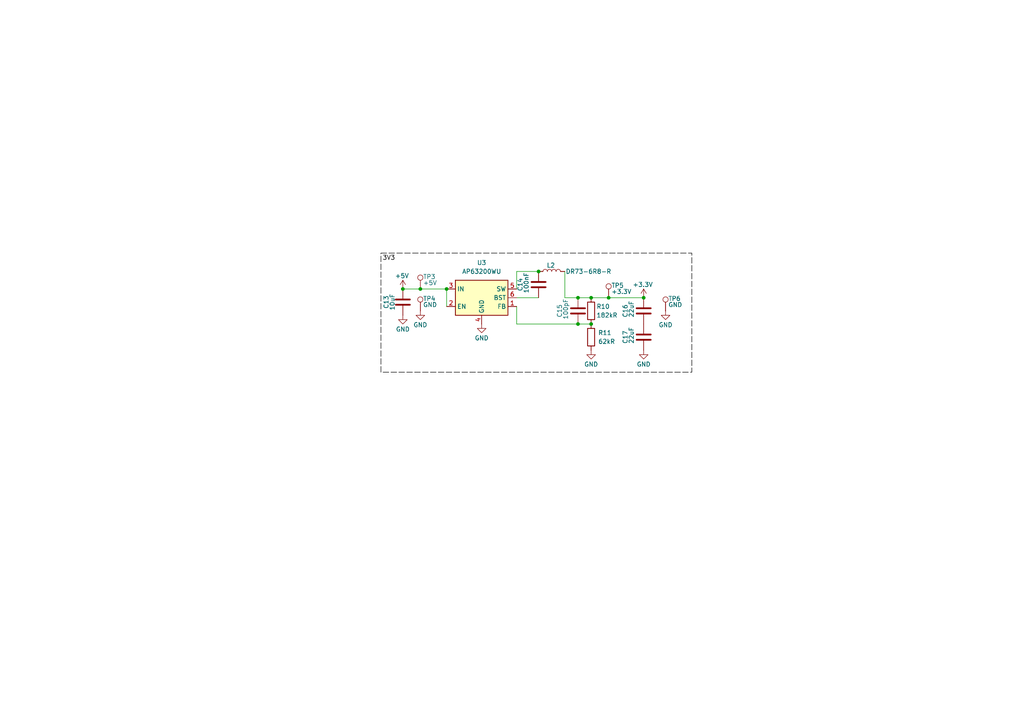
<source format=kicad_sch>
(kicad_sch (version 20250114) (generator "eeschema") (generator_version "9.0")
  (paper "A4")
  (title_block (title "IoT Logger C - Power Management") (date "2026-01-24") (rev "1.0") (company "Piotr Kłyś"))
  (lib_symbols
    (symbol "Connector:TestPoint" (pin_numbers (hide yes)) (pin_names (offset 0.762) (hide yes))
      (property "Reference" "TP" (at 0 6.858 0))
      (property "Value" "TestPoint" (at 0 5.08 0))
      (symbol "TestPoint_0_1"
        (circle (center 0 3.302) (radius 0.762))
      )
      (symbol "TestPoint_1_1"
        (pin passive line (at 0 0 90) (length 2.54) (name "1") (number "1"))
      )
    )
    (symbol "Device:C" (pin_numbers (hide yes)) (pin_names (offset 0.254))
      (property "Reference" "C" (at 0.635 2.54 0))
      (property "Value" "C" (at 0.635 -2.54 0))
      (symbol "C_0_1"
        (polyline (pts (xy -2.032 0.762) (xy 2.032 0.762)) (stroke (width 0.508)))
        (polyline (pts (xy -2.032 -0.762) (xy 2.032 -0.762)) (stroke (width 0.508)))
      )
      (symbol "C_1_1"
        (pin passive line (at 0 3.81 270) (length 2.794) (name "~") (number "1"))
        (pin passive line (at 0 -3.81 90) (length 2.794) (name "~") (number "2"))
      )
    )
    (symbol "Device:L" (pin_numbers (hide yes)) (pin_names (offset 1.016) (hide yes))
      (property "Reference" "L" (at -1.27 0 90))
      (property "Value" "L" (at 1.905 0 90))
      (symbol "L_0_1"
        (arc (start 0 2.54) (mid 0.6323 1.905) (end 0 1.27))
        (arc (start 0 1.27) (mid 0.6323 0.635) (end 0 0))
        (arc (start 0 0) (mid 0.6323 -0.635) (end 0 -1.27))
        (arc (start 0 -1.27) (mid 0.6323 -1.905) (end 0 -2.54))
      )
      (symbol "L_1_1"
        (pin passive line (at 0 3.81 270) (length 1.27) (name "1") (number "1"))
        (pin passive line (at 0 -3.81 90) (length 1.27) (name "2") (number "2"))
      )
    )
    (symbol "Device:R" (pin_numbers (hide yes)) (pin_names (offset 0))
      (property "Reference" "R" (at 2.032 0 90))
      (property "Value" "R" (at 0 0 90))
      (symbol "R_0_1"
        (rectangle (start -1.016 -2.54) (end 1.016 2.54) (stroke (width 0.254)))
      )
      (symbol "R_1_1"
        (pin passive line (at 0 3.81 270) (length 1.27) (name "~") (number "1"))
        (pin passive line (at 0 -3.81 90) (length 1.27) (name "~") (number "2"))
      )
    )
    (symbol "Regulator_Switching:AP63200WU"
      (property "Reference" "U" (at -7.62 6.35 0))
      (property "Value" "AP63200WU" (at 2.54 6.35 0))
      (symbol "AP63200WU_0_1"
        (rectangle (start -7.62 5.08) (end 7.62 -5.08) (stroke (width 0.254)) (fill (type background)))
      )
      (symbol "AP63200WU_1_1"
        (pin power_in line (at -10.16 2.54 0) (length 2.54) (name "IN") (number "3"))
        (pin input line (at -10.16 -2.54 0) (length 2.54) (name "EN") (number "2"))
        (pin power_in line (at 0 -7.62 90) (length 2.54) (name "GND") (number "4"))
        (pin output line (at 10.16 2.54 180) (length 2.54) (name "SW") (number "5"))
        (pin passive line (at 10.16 0 180) (length 2.54) (name "BST") (number "6"))
        (pin input line (at 10.16 -2.54 180) (length 2.54) (name "FB") (number "1"))
      )
    )
    (symbol "power:+3.3V" (power) (pin_numbers (hide yes)) (pin_names (offset 0) (hide yes))
      (property "Value" "+3.3V" (at 0 3.556 0))
      (symbol "+3.3V_0_1"
        (polyline (pts (xy -0.762 1.27) (xy 0 2.54)))
        (polyline (pts (xy 0 2.54) (xy 0.762 1.27)))
        (polyline (pts (xy 0 0) (xy 0 2.54)))
      )
      (symbol "+3.3V_1_1"
        (pin power_in line (at 0 0 90) (length 0) (name "~") (number "1"))
      )
    )
    (symbol "power:GND" (power) (pin_numbers (hide yes)) (pin_names (offset 0) (hide yes))
      (property "Value" "GND" (at 0 -3.81 0))
      (symbol "GND_0_1"
        (polyline (pts (xy 0 0) (xy 0 -1.27) (xy 1.27 -1.27) (xy 0 -2.54) (xy -1.27 -1.27) (xy 0 -1.27)))
      )
      (symbol "GND_1_1"
        (pin power_in line (at 0 0 270) (length 0) (name "~") (number "1"))
      )
    )
  )
  (rectangle (start 110.49 73.406) (end 200.66 107.95) (stroke (width 0) (type dash) (color 0 0 0 1)))
  (text "3V3" (at 112.776 74.93 0) (effects (font (size 1.27 1.27))))
  (junction (at 167.64 86.36))
  (junction (at 186.69 86.36))
  (junction (at 129.54 83.82))
  (junction (at 121.92 83.82))
  (junction (at 171.45 93.98))
  (junction (at 167.64 93.98))
  (junction (at 156.21 78.74))
  (junction (at 176.53 86.36))
  (junction (at 116.84 83.82))
  (junction (at 171.45 86.36))
  (wire (pts (xy 149.86 78.74) (xy 156.21 78.74)))
  (wire (pts (xy 163.83 86.36) (xy 167.64 86.36)))
  (wire (pts (xy 129.54 83.82) (xy 129.54 88.9)))
  (wire (pts (xy 167.64 93.98) (xy 171.45 93.98)))
  (wire (pts (xy 116.84 83.82) (xy 121.92 83.82)))
  (wire (pts (xy 176.53 86.36) (xy 186.69 86.36)))
  (wire (pts (xy 149.86 93.98) (xy 149.86 88.9)))
  (wire (pts (xy 163.83 78.74) (xy 163.83 86.36)))
  (wire (pts (xy 149.86 93.98) (xy 167.64 93.98)))
  (wire (pts (xy 167.64 86.36) (xy 171.45 86.36)))
  (wire (pts (xy 149.86 83.82) (xy 149.86 78.74)))
  (wire (pts (xy 171.45 86.36) (xy 176.53 86.36)))
  (wire (pts (xy 149.86 86.36) (xy 156.21 86.36)))
  (wire (pts (xy 121.92 83.82) (xy 129.54 83.82)))
  (symbol (lib_id "power:GND") (at 139.7 93.98 0) (unit 1)
    (property "Reference" "#PWR030" (effects (hide yes)))
    (property "Value" "GND" (at 139.7 98.044 0))
    (property "Description" "Power symbol creates a global label with name \"GND\" , ground" (effects (hide yes)))
  )
  (symbol (lib_id "Connector:TestPoint") (at 121.92 90.17 0) (unit 1)
    (property "Reference" "TP4" (at 122.682 86.614 0) (effects (justify left)))
    (property "Value" "GND" (at 122.682 88.392 0) (effects (justify left)))
    (property "Footprint" "TestPoint:TestPoint_Pad_D1.5mm" (effects (hide yes)))
    (property "Description" "test point" (effects (hide yes)))
  )
  (symbol (lib_id "Device:L") (at 160.02 78.74 90) (unit 1)
    (property "Reference" "L2" (at 159.766 76.962 90))
    (property "Value" "DR73-6R8-R" (at 170.688 78.74 90))
    (property "Footprint" "Inductor_SMD:L_7.3x7.3_H3.5" (effects (hide yes)))
    (property "Description" "Inductor" (effects (hide yes)))
  )
  (symbol (lib_id "Device:C") (at 186.69 90.17 0) (unit 1)
    (property "Reference" "C16" (at 181.356 90.17 90))
    (property "Value" "22uF" (at 183.134 89.662 90))
    (property "Footprint" "Capacitor_SMD:C_1206_3216Metric" (effects (hide yes)))
    (property "Description" "Unpolarized capacitor" (effects (hide yes)))
  )
  (symbol (lib_id "power:+3.3V") (at 116.84 83.82 0) (unit 1)
    (property "Reference" "#PWR027" (effects (hide yes)))
    (property "Value" "+5V" (at 116.586 80.01 0))
    (property "Description" "Power symbol creates a global label with name \"+3.3V\"" (effects (hide yes)))
  )
  (symbol (lib_id "Device:R") (at 171.45 90.17 0) (unit 1)
    (property "Reference" "R10" (at 172.974 88.9 0) (effects (justify left)))
    (property "Value" "182kR" (at 172.974 91.44 0) (effects (justify left)))
    (property "Footprint" "Resistor_SMD:R_0805_2012Metric" (effects (hide yes)))
    (property "Description" "Resistor" (effects (hide yes)))
  )
  (symbol (lib_id "Connector:TestPoint") (at 193.04 90.17 0) (unit 1)
    (property "Reference" "TP6" (at 193.802 86.614 0) (effects (justify left)))
    (property "Value" "GND" (at 193.802 88.392 0) (effects (justify left)))
    (property "Footprint" "TestPoint:TestPoint_Pad_D1.5mm" (effects (hide yes)))
    (property "Description" "test point" (effects (hide yes)))
  )
  (symbol (lib_id "power:GND") (at 193.04 90.17 0) (unit 1)
    (property "Reference" "#PWR034" (effects (hide yes)))
    (property "Value" "GND" (at 193.04 94.234 0))
    (property "Description" "Power symbol creates a global label with name \"GND\" , ground" (effects (hide yes)))
  )
  (symbol (lib_id "power:GND") (at 121.92 90.17 0) (unit 1)
    (property "Reference" "#PWR029" (effects (hide yes)))
    (property "Value" "GND" (at 121.92 94.234 0))
    (property "Description" "Power symbol creates a global label with name \"GND\" , ground" (effects (hide yes)))
  )
  (symbol (lib_id "Device:C") (at 186.69 97.79 0) (unit 1)
    (property "Reference" "C17" (at 181.356 97.79 90))
    (property "Value" "22uF" (at 183.134 97.282 90))
    (property "Footprint" "Capacitor_SMD:C_1206_3216Metric" (effects (hide yes)))
    (property "Description" "Unpolarized capacitor" (effects (hide yes)))
  )
  (symbol (lib_id "Connector:TestPoint") (at 121.92 83.82 0) (unit 1)
    (property "Reference" "TP3" (at 122.682 80.264 0) (effects (justify left)))
    (property "Value" "+5V" (at 122.682 82.042 0) (effects (justify left)))
    (property "Footprint" "TestPoint:TestPoint_Pad_D1.5mm" (effects (hide yes)))
    (property "Description" "test point" (effects (hide yes)))
  )
  (symbol (lib_id "Connector:TestPoint") (at 176.53 86.36 0) (unit 1)
    (property "Reference" "TP5" (at 177.292 82.804 0) (effects (justify left)))
    (property "Value" "+3.3V" (at 177.292 84.582 0) (effects (justify left)))
    (property "Footprint" "TestPoint:TestPoint_Pad_D1.5mm" (effects (hide yes)))
    (property "Description" "test point" (effects (hide yes)))
  )
  (symbol (lib_id "Device:C") (at 156.21 82.55 0) (unit 1)
    (property "Reference" "C14" (at 150.876 82.55 90))
    (property "Value" "100nF" (at 152.654 82.042 90))
    (property "Footprint" "Capacitor_SMD:C_0805_2012Metric" (effects (hide yes)))
    (property "Description" "Unpolarized capacitor" (effects (hide yes)))
  )
  (symbol (lib_id "power:+3.3V") (at 186.69 86.36 0) (unit 1)
    (property "Reference" "#PWR032" (effects (hide yes)))
    (property "Value" "+3.3V" (at 186.436 82.55 0))
    (property "Description" "Power symbol creates a global label with name \"+3.3V\"" (effects (hide yes)))
  )
  (symbol (lib_id "Regulator_Switching:AP63200WU") (at 139.7 86.36 0) (unit 1)
    (property "Reference" "U3" (at 139.7 76.2 0))
    (property "Value" "AP63200WU" (at 139.7 78.74 0))
    (property "Footprint" "Package_TO_SOT_SMD:TSOT-23-6" (effects (hide yes)))
    (property "Datasheet" "https://www.diodes.com/assets/Datasheets/AP63200-AP63201-AP63203-AP63205.pdf" (effects (hide yes)))
    (property "Description" "2A, 500kHz Buck DC/DC Converter, adjustable output voltage, TSOT-23-6" (effects (hide yes)))
  )
  (symbol (lib_id "Device:C") (at 116.84 87.63 0) (unit 1)
    (property "Reference" "C13" (at 112.014 87.63 90))
    (property "Value" "10uF" (at 113.792 87.63 90))
    (property "Footprint" "Capacitor_SMD:C_1206_3216Metric" (effects (hide yes)))
    (property "Description" "Unpolarized capacitor" (effects (hide yes)))
  )
  (symbol (lib_id "Device:R") (at 171.45 97.79 0) (unit 1)
    (property "Reference" "R11" (at 173.482 96.52 0) (effects (justify left)))
    (property "Value" "62kR" (at 173.482 99.06 0) (effects (justify left)))
    (property "Footprint" "Resistor_SMD:R_0805_2012Metric" (effects (hide yes)))
    (property "Description" "Resistor" (effects (hide yes)))
  )
  (symbol (lib_id "power:GND") (at 186.69 101.6 0) (unit 1)
    (property "Reference" "#PWR033" (effects (hide yes)))
    (property "Value" "GND" (at 186.69 105.664 0))
    (property "Description" "Power symbol creates a global label with name \"GND\" , ground" (effects (hide yes)))
  )
  (symbol (lib_id "power:GND") (at 171.45 101.6 0) (unit 1)
    (property "Reference" "#PWR031" (effects (hide yes)))
    (property "Value" "GND" (at 171.45 105.664 0))
    (property "Description" "Power symbol creates a global label with name \"GND\" , ground" (effects (hide yes)))
  )
  (symbol (lib_id "Device:C") (at 167.64 90.17 0) (unit 1)
    (property "Reference" "C15" (at 162.306 90.17 90))
    (property "Value" "100pF" (at 164.084 89.662 90))
    (property "Footprint" "Capacitor_SMD:C_0805_2012Metric" (effects (hide yes)))
    (property "Description" "Unpolarized capacitor" (effects (hide yes)))
  )
  (symbol (lib_id "power:GND") (at 116.84 91.44 0) (unit 1)
    (property "Reference" "#PWR028" (effects (hide yes)))
    (property "Value" "GND" (at 116.84 95.504 0))
    (property "Description" "Power symbol creates a global label with name \"GND\" , ground" (effects (hide yes)))
  )
)
</source>
